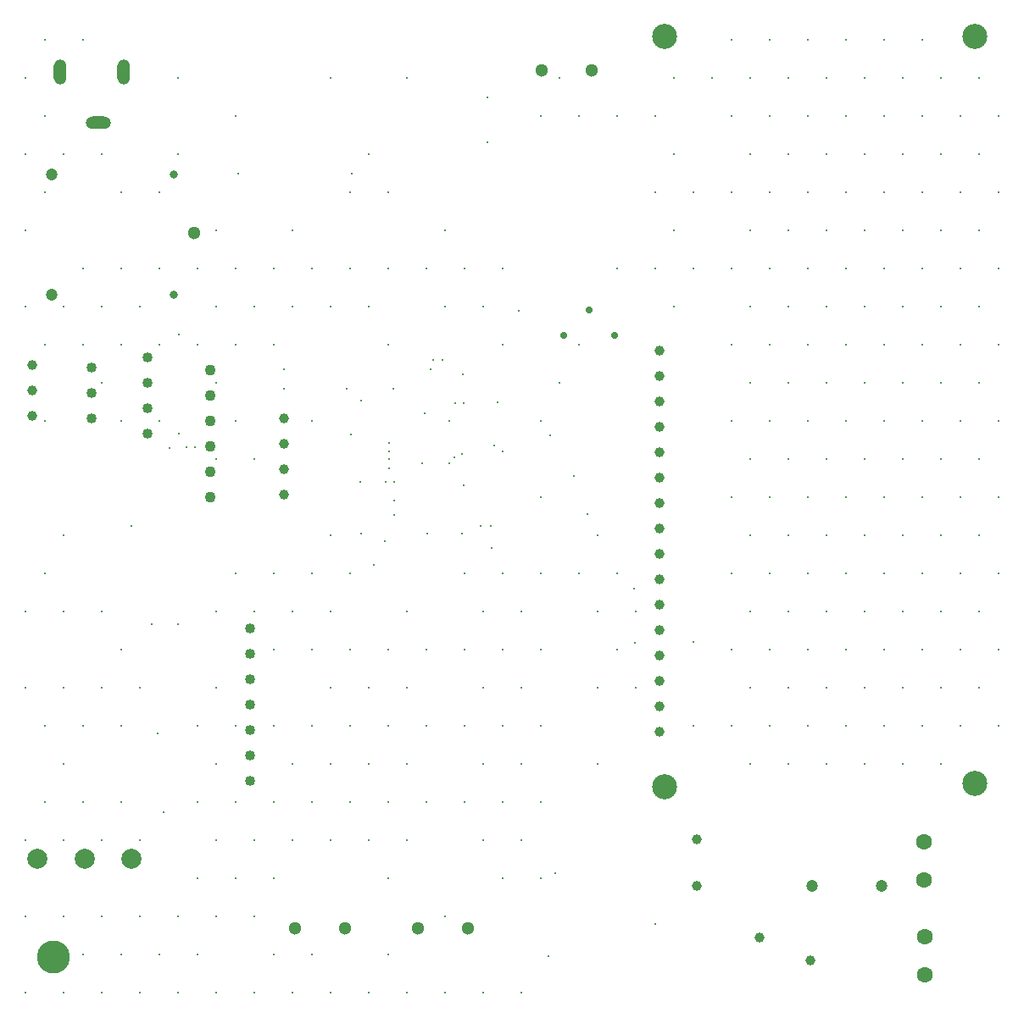
<source format=gbr>
%TF.GenerationSoftware,Altium Limited,Altium Designer,24.9.1 (31)*%
G04 Layer_Color=0*
%FSLAX45Y45*%
%MOMM*%
%TF.SameCoordinates,7A748296-1A33-4DDC-9E1E-CBF8E45EE968*%
%TF.FilePolarity,Positive*%
%TF.FileFunction,Plated,1,2,PTH,Drill*%
%TF.Part,Single*%
G01*
G75*
%TA.AperFunction,ComponentDrill*%
%ADD120C,1.60000*%
%ADD121C,1.00000*%
%ADD122O,1.27000X2.54000*%
%ADD123O,2.54000X1.27000*%
%ADD124C,0.80000*%
%ADD125C,0.71400*%
%ADD126C,1.10000*%
%ADD127C,1.00000*%
%ADD128C,1.02000*%
%ADD129C,1.30000*%
%TA.AperFunction,OtherDrill,Pad Free-1 (4.5mm,4.5mm)*%
%ADD130C,3.30000*%
%TA.AperFunction,ComponentDrill*%
%ADD131C,2.00000*%
%ADD132C,1.20000*%
%ADD133C,2.50000*%
%TA.AperFunction,ViaDrill,NotFilled*%
%ADD134C,0.25400*%
D120*
X9157062Y647706D02*
D03*
Y266706D02*
D03*
X9141822Y1216666D02*
D03*
Y1597666D02*
D03*
D121*
X2753360Y5321300D02*
D03*
X6500660Y2699460D02*
D03*
Y3715460D02*
D03*
Y6509460D02*
D03*
Y6255460D02*
D03*
Y6001460D02*
D03*
Y5747460D02*
D03*
Y5493460D02*
D03*
Y5239460D02*
D03*
Y4985460D02*
D03*
Y4731460D02*
D03*
Y4477460D02*
D03*
Y4223460D02*
D03*
Y3461460D02*
D03*
Y3207460D02*
D03*
Y2953460D02*
D03*
Y3969460D02*
D03*
X2753360Y5067300D02*
D03*
Y5829300D02*
D03*
Y5575300D02*
D03*
D122*
X518160Y9296400D02*
D03*
X1153160D02*
D03*
D123*
X899160Y8788400D02*
D03*
D124*
X1651400Y8270800D02*
D03*
Y7070800D02*
D03*
D125*
X6054000Y6657340D02*
D03*
X5546000D02*
D03*
X5800000Y6911340D02*
D03*
D126*
X2012640Y6061519D02*
D03*
Y5045519D02*
D03*
Y5299519D02*
D03*
Y5553519D02*
D03*
Y5807519D02*
D03*
Y6315519D02*
D03*
D127*
X236220Y5859780D02*
D03*
X7500620Y640080D02*
D03*
X8008620Y411480D02*
D03*
X6875340Y1619780D02*
D03*
Y1159780D02*
D03*
X236220Y6113780D02*
D03*
Y6367780D02*
D03*
D128*
X1391920Y6438900D02*
D03*
X828040Y5831840D02*
D03*
X2413000Y2458720D02*
D03*
Y2966720D02*
D03*
Y3728720D02*
D03*
Y3474720D02*
D03*
Y3220720D02*
D03*
Y2204720D02*
D03*
Y2712720D02*
D03*
X828040Y6339840D02*
D03*
Y6085840D02*
D03*
X1391920Y6184900D02*
D03*
Y5930900D02*
D03*
Y5676900D02*
D03*
D129*
X5326380Y9311640D02*
D03*
X2862960Y730080D02*
D03*
X3362960D02*
D03*
X5826380Y9311640D02*
D03*
X4089400Y730080D02*
D03*
X4589400D02*
D03*
X1851400Y7682800D02*
D03*
D130*
X450000Y450000D02*
D03*
D131*
X760161Y1428000D02*
D03*
X290161D02*
D03*
X1230161D02*
D03*
D132*
X8725340Y1159780D02*
D03*
X8025340D02*
D03*
X431400Y7070800D02*
D03*
Y8270800D02*
D03*
D133*
X6550660Y9649460D02*
D03*
X9650660D02*
D03*
X9650060Y2178360D02*
D03*
X6550660Y2149460D02*
D03*
D134*
X2296160Y8277860D02*
D03*
X9697720Y9235440D02*
D03*
X9888220Y8854440D02*
D03*
X9697720Y8473440D02*
D03*
X9888220Y8092440D02*
D03*
X9697720Y7711440D02*
D03*
X9888220Y7330440D02*
D03*
X9697720Y6949440D02*
D03*
X9888220Y6568440D02*
D03*
X9697720Y6187440D02*
D03*
X9888220Y5806440D02*
D03*
X9697720Y5425440D02*
D03*
X9888220Y5044440D02*
D03*
X9697720Y4663440D02*
D03*
X9888220Y4282440D02*
D03*
X9697720Y3901440D02*
D03*
X9888220Y3520440D02*
D03*
X9697720Y3139440D02*
D03*
X9888220Y2758440D02*
D03*
X9316720Y9235440D02*
D03*
X9507220Y8854440D02*
D03*
X9316720Y8473440D02*
D03*
X9507220Y8092440D02*
D03*
X9316720Y7711440D02*
D03*
X9507220Y7330440D02*
D03*
X9316720Y6949440D02*
D03*
X9507220Y6568440D02*
D03*
X9316720Y6187440D02*
D03*
X9507220Y5806440D02*
D03*
X9316720Y5425440D02*
D03*
X9507220Y5044440D02*
D03*
X9316720Y4663440D02*
D03*
X9507220Y4282440D02*
D03*
X9316720Y3901440D02*
D03*
X9507220Y3520440D02*
D03*
X9316720Y3139440D02*
D03*
X9507220Y2758440D02*
D03*
X9316720Y2377440D02*
D03*
X9126220Y9616440D02*
D03*
X8935720Y9235440D02*
D03*
X9126220Y8854440D02*
D03*
X8935720Y8473440D02*
D03*
X9126220Y8092440D02*
D03*
X8935720Y7711440D02*
D03*
X9126220Y7330440D02*
D03*
X8935720Y6949440D02*
D03*
X9126220Y6568440D02*
D03*
X8935720Y6187440D02*
D03*
X9126220Y5806440D02*
D03*
X8935720Y5425440D02*
D03*
X9126220Y5044440D02*
D03*
X8935720Y4663440D02*
D03*
X9126220Y4282440D02*
D03*
X8935720Y3901440D02*
D03*
X9126220Y3520440D02*
D03*
X8935720Y3139440D02*
D03*
X9126220Y2758440D02*
D03*
X8935720Y2377440D02*
D03*
X8745220Y9616440D02*
D03*
X8554720Y9235440D02*
D03*
X8745220Y8854440D02*
D03*
X8554720Y8473440D02*
D03*
X8745220Y8092440D02*
D03*
X8554720Y7711440D02*
D03*
X8745220Y7330440D02*
D03*
X8554720Y6949440D02*
D03*
X8745220Y6568440D02*
D03*
X8554720Y6187440D02*
D03*
X8745220Y5806440D02*
D03*
X8554720Y5425440D02*
D03*
X8745220Y5044440D02*
D03*
X8554720Y4663440D02*
D03*
X8745220Y4282440D02*
D03*
X8554720Y3901440D02*
D03*
X8745220Y3520440D02*
D03*
X8554720Y3139440D02*
D03*
X8745220Y2758440D02*
D03*
X8554720Y2377440D02*
D03*
X8364220Y9616440D02*
D03*
X8173720Y9235440D02*
D03*
X8364220Y8854440D02*
D03*
X8173720Y8473440D02*
D03*
X8364220Y8092440D02*
D03*
X8173720Y7711440D02*
D03*
X8364220Y7330440D02*
D03*
X8173720Y6949440D02*
D03*
X8364220Y6568440D02*
D03*
X8173720Y6187440D02*
D03*
X8364220Y5806440D02*
D03*
X8173720Y5425440D02*
D03*
X8364220Y5044440D02*
D03*
X8173720Y4663440D02*
D03*
X8364220Y4282440D02*
D03*
X8173720Y3901440D02*
D03*
X8364220Y3520440D02*
D03*
X8173720Y3139440D02*
D03*
X8364220Y2758440D02*
D03*
X8173720Y2377440D02*
D03*
X7983220Y9616440D02*
D03*
X7792720Y9235440D02*
D03*
X7983220Y8854440D02*
D03*
X7792720Y8473440D02*
D03*
X7983220Y8092440D02*
D03*
X7792720Y7711440D02*
D03*
X7983220Y7330440D02*
D03*
X7792720Y6949440D02*
D03*
X7983220Y6568440D02*
D03*
X7792720Y6187440D02*
D03*
X7983220Y5806440D02*
D03*
X7792720Y5425440D02*
D03*
X7983220Y5044440D02*
D03*
X7792720Y4663440D02*
D03*
X7983220Y4282440D02*
D03*
X7792720Y3901440D02*
D03*
X7983220Y3520440D02*
D03*
X7792720Y3139440D02*
D03*
X7983220Y2758440D02*
D03*
X7792720Y2377440D02*
D03*
X7602220Y9616440D02*
D03*
X7411720Y9235440D02*
D03*
X7602220Y8854440D02*
D03*
X7411720Y8473440D02*
D03*
X7602220Y8092440D02*
D03*
X7411720Y7711440D02*
D03*
X7602220Y7330440D02*
D03*
X7411720Y6949440D02*
D03*
X7602220Y6568440D02*
D03*
X7411720Y6187440D02*
D03*
X7602220Y5806440D02*
D03*
X7411720Y5425440D02*
D03*
X7602220Y5044440D02*
D03*
X7411720Y4663440D02*
D03*
X7602220Y4282440D02*
D03*
X7411720Y3901440D02*
D03*
X7602220Y3520440D02*
D03*
X7411720Y3139440D02*
D03*
X7602220Y2758440D02*
D03*
X7411720Y2377440D02*
D03*
X7221220Y9616440D02*
D03*
X7030720Y9235440D02*
D03*
X7221220Y8854440D02*
D03*
Y8092440D02*
D03*
Y7330440D02*
D03*
Y6568440D02*
D03*
Y5806440D02*
D03*
Y5044440D02*
D03*
Y4282440D02*
D03*
Y3520440D02*
D03*
Y2758440D02*
D03*
X6649720Y9235440D02*
D03*
Y8473440D02*
D03*
X6840220Y8092440D02*
D03*
X6649720Y7711440D02*
D03*
X6840220Y7330440D02*
D03*
X6649720Y6949440D02*
D03*
X6840220Y2758440D02*
D03*
X6459220Y8854440D02*
D03*
Y8092440D02*
D03*
Y7330440D02*
D03*
X6268720Y3901440D02*
D03*
Y3139440D02*
D03*
X6078220Y8854440D02*
D03*
Y7330440D02*
D03*
X5887720Y4663440D02*
D03*
X6078220Y4282440D02*
D03*
X5887720Y3901440D02*
D03*
X6078220Y3520440D02*
D03*
X5887720Y3139440D02*
D03*
Y2377440D02*
D03*
X5506720Y9235440D02*
D03*
X5697220Y8854440D02*
D03*
Y6568440D02*
D03*
X5506720Y6187440D02*
D03*
X5697220Y4282440D02*
D03*
X5316220Y8854440D02*
D03*
Y5806440D02*
D03*
Y5044440D02*
D03*
Y4282440D02*
D03*
X5125720Y3901440D02*
D03*
X5316220Y3520440D02*
D03*
X5125720Y3139440D02*
D03*
X5316220Y2758440D02*
D03*
X5125720Y2377440D02*
D03*
X5316220Y1996440D02*
D03*
X5125720Y1615440D02*
D03*
X5316220Y1234440D02*
D03*
X5125720Y91440D02*
D03*
X4935220Y7330440D02*
D03*
X4744720Y6949440D02*
D03*
X4935220Y6568440D02*
D03*
Y4282440D02*
D03*
X4744720Y3901440D02*
D03*
X4935220Y3520440D02*
D03*
X4744720Y3139440D02*
D03*
X4935220Y2758440D02*
D03*
X4744720Y2377440D02*
D03*
X4935220Y1996440D02*
D03*
X4744720Y1615440D02*
D03*
X4935220Y1234440D02*
D03*
X4744720Y91440D02*
D03*
X4363720Y7711440D02*
D03*
X4554220Y7330440D02*
D03*
X4363720Y6949440D02*
D03*
X4554220Y4282440D02*
D03*
Y3520440D02*
D03*
Y2758440D02*
D03*
Y1996440D02*
D03*
X4363720Y853440D02*
D03*
Y91440D02*
D03*
X3982720Y9235440D02*
D03*
X4173220Y7330440D02*
D03*
X3982720Y3901440D02*
D03*
X4173220Y3520440D02*
D03*
X3982720Y3139440D02*
D03*
X4173220Y2758440D02*
D03*
X3982720Y2377440D02*
D03*
X4173220Y1996440D02*
D03*
X3982720Y1615440D02*
D03*
Y91440D02*
D03*
X3601720Y8473440D02*
D03*
X3792220Y8092440D02*
D03*
Y7330440D02*
D03*
X3601720Y6949440D02*
D03*
X3792220Y6568440D02*
D03*
Y3520440D02*
D03*
X3601720Y3139440D02*
D03*
X3792220Y2758440D02*
D03*
X3601720Y2377440D02*
D03*
X3792220Y1996440D02*
D03*
X3601720Y1615440D02*
D03*
X3792220Y1234440D02*
D03*
Y472440D02*
D03*
X3601720Y91440D02*
D03*
X3220720Y9235440D02*
D03*
X3411220Y8092440D02*
D03*
Y7330440D02*
D03*
X3220720Y6949440D02*
D03*
Y4663440D02*
D03*
X3411220Y4282440D02*
D03*
X3220720Y3901440D02*
D03*
X3411220Y3520440D02*
D03*
X3220720Y3139440D02*
D03*
X3411220Y2758440D02*
D03*
X3220720Y2377440D02*
D03*
X3411220Y1996440D02*
D03*
X3220720Y1615440D02*
D03*
Y91440D02*
D03*
X2839720Y7711440D02*
D03*
X3030220Y7330440D02*
D03*
X2839720Y6949440D02*
D03*
X3030220Y5806440D02*
D03*
Y4282440D02*
D03*
X2839720Y3901440D02*
D03*
X3030220Y3520440D02*
D03*
Y2758440D02*
D03*
X2839720Y2377440D02*
D03*
X3030220Y1996440D02*
D03*
X2839720Y1615440D02*
D03*
X3030220Y472440D02*
D03*
X2839720Y91440D02*
D03*
X2649220Y7330440D02*
D03*
X2458720Y6949440D02*
D03*
X2649220Y6568440D02*
D03*
X2458720Y5425440D02*
D03*
X2649220Y4282440D02*
D03*
X2458720Y3901440D02*
D03*
X2649220Y3520440D02*
D03*
Y2758440D02*
D03*
Y1996440D02*
D03*
X2458720Y1615440D02*
D03*
X2649220Y1234440D02*
D03*
X2458720Y853440D02*
D03*
X2649220Y472440D02*
D03*
X2458720Y91440D02*
D03*
X2268220Y8854440D02*
D03*
X2077720Y7711440D02*
D03*
X2268220Y7330440D02*
D03*
X2077720Y6949440D02*
D03*
X2268220Y6568440D02*
D03*
X2077720Y6187440D02*
D03*
X2268220Y5806440D02*
D03*
X2077720Y5425440D02*
D03*
X2268220Y4282440D02*
D03*
X2077720Y3901440D02*
D03*
Y3139440D02*
D03*
X2268220Y2758440D02*
D03*
X2077720Y2377440D02*
D03*
X2268220Y1996440D02*
D03*
X2077720Y1615440D02*
D03*
X2268220Y1234440D02*
D03*
X2077720Y853440D02*
D03*
Y91440D02*
D03*
X1696720Y9235440D02*
D03*
Y8473440D02*
D03*
X1887220Y7330440D02*
D03*
Y6568440D02*
D03*
Y2758440D02*
D03*
Y1996440D02*
D03*
Y1234440D02*
D03*
X1696720Y853440D02*
D03*
X1887220Y472440D02*
D03*
X1696720Y91440D02*
D03*
X1506220Y8092440D02*
D03*
Y7330440D02*
D03*
X1315720Y6949440D02*
D03*
X1506220Y6568440D02*
D03*
Y5806440D02*
D03*
X1315720Y3139440D02*
D03*
Y1615440D02*
D03*
Y853440D02*
D03*
X1506220Y472440D02*
D03*
X1315720Y91440D02*
D03*
X934720Y8473440D02*
D03*
X1125220Y8092440D02*
D03*
Y7330440D02*
D03*
X934720Y6949440D02*
D03*
X1125220Y6568440D02*
D03*
X934720Y6187440D02*
D03*
X1125220Y5806440D02*
D03*
X934720Y3901440D02*
D03*
X1125220Y3520440D02*
D03*
X934720Y3139440D02*
D03*
X1125220Y2758440D02*
D03*
Y1996440D02*
D03*
X934720Y1615440D02*
D03*
Y853440D02*
D03*
X1125220Y472440D02*
D03*
X934720Y91440D02*
D03*
X744220Y9616440D02*
D03*
X553720Y8473440D02*
D03*
X744220Y7330440D02*
D03*
X553720Y6949440D02*
D03*
X744220Y6568440D02*
D03*
X553720Y4663440D02*
D03*
Y3901440D02*
D03*
Y3139440D02*
D03*
X744220Y2758440D02*
D03*
X553720Y2377440D02*
D03*
X744220Y1996440D02*
D03*
X553720Y1615440D02*
D03*
Y853440D02*
D03*
X744220Y472440D02*
D03*
X553720Y91440D02*
D03*
X363220Y9616440D02*
D03*
X172720Y9235440D02*
D03*
X363220Y8854440D02*
D03*
X172720Y8473440D02*
D03*
X363220Y8092440D02*
D03*
X172720Y7711440D02*
D03*
Y6949440D02*
D03*
X363220Y6568440D02*
D03*
Y5806440D02*
D03*
Y4282440D02*
D03*
X172720Y3901440D02*
D03*
Y3139440D02*
D03*
X363220Y2758440D02*
D03*
Y1996440D02*
D03*
X172720Y1615440D02*
D03*
Y853440D02*
D03*
Y91440D02*
D03*
X3649980Y4363720D02*
D03*
X3759200Y4599940D02*
D03*
X1610360Y5532120D02*
D03*
X1783080Y5539740D02*
D03*
X1866900Y5542280D02*
D03*
X1699260Y5676900D02*
D03*
Y6670040D02*
D03*
X4787900Y9039860D02*
D03*
X4788594Y8591533D02*
D03*
X3766820Y5191760D02*
D03*
X4135120Y5384800D02*
D03*
X3853180Y4866640D02*
D03*
X5410200Y5661660D02*
D03*
X4823391Y4534112D02*
D03*
X4221480Y6319520D02*
D03*
X6459220Y777240D02*
D03*
X5394960Y452120D02*
D03*
X4541520Y6268720D02*
D03*
X4820920Y4754880D02*
D03*
X4401820Y5382260D02*
D03*
X4853940Y5557520D02*
D03*
X4457760Y5443160D02*
D03*
X4531360Y4678680D02*
D03*
X4184849D02*
D03*
X4940300Y5496560D02*
D03*
X4544060Y5163820D02*
D03*
X4714240Y4757420D02*
D03*
X3431540Y8280400D02*
D03*
X1696720Y3774440D02*
D03*
X6261100Y3586480D02*
D03*
X6842760Y3599180D02*
D03*
X4338320Y6413500D02*
D03*
X1493520Y2679700D02*
D03*
X1432560Y3774440D02*
D03*
X1551940Y1894840D02*
D03*
X5648960Y5255260D02*
D03*
X3380740Y6126480D02*
D03*
X5097780Y6906260D02*
D03*
X4244340Y6413500D02*
D03*
X4160520Y5882640D02*
D03*
X4407740Y5808140D02*
D03*
X3843020Y6126480D02*
D03*
X3421380Y5671820D02*
D03*
X3853180Y5009080D02*
D03*
X2755900Y6319520D02*
D03*
Y6126480D02*
D03*
X1231900Y4757420D02*
D03*
X6248400Y4132580D02*
D03*
X5459401Y1281604D02*
D03*
X3800000Y5497000D02*
D03*
Y5586211D02*
D03*
X4533900Y5473700D02*
D03*
X4884420Y5991860D02*
D03*
X3515360Y5191760D02*
D03*
X3522980Y6012180D02*
D03*
X4466160Y5986780D02*
D03*
X5783249Y4874876D02*
D03*
X3520440Y4678680D02*
D03*
X4544060Y5986780D02*
D03*
X3853180Y5191760D02*
D03*
X3800000Y5334000D02*
D03*
Y5420360D02*
D03*
%TF.MD5,29c011cad269714058391a6801b32c37*%
M02*

</source>
